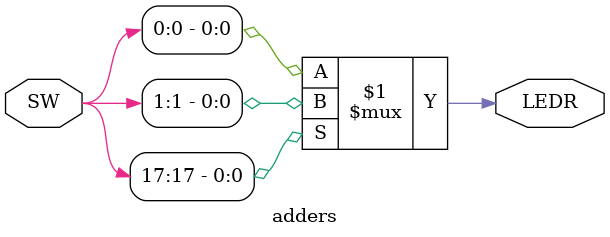
<source format=sv>
module adders(input  logic [17:0]SW,
			  output logic [0:0] LEDR);
/**
 * Here Switch 17 is used as Select input,
 * SW[0] and SW[1] used as two data input
 * and LEDR[0] is used as data output
 */
	assign LEDR[0]= SW[17] ? SW[1] : SW[0];
endmodule
</source>
